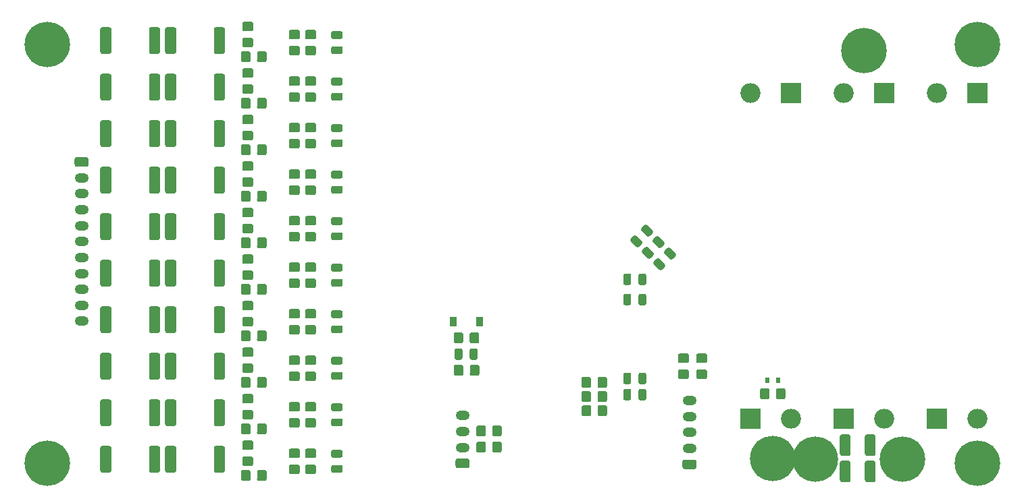
<source format=gbs>
G04 #@! TF.GenerationSoftware,KiCad,Pcbnew,(5.1.10)-1*
G04 #@! TF.CreationDate,2021-09-07T10:06:12+02:00*
G04 #@! TF.ProjectId,GatzBMS,4761747a-424d-4532-9e6b-696361645f70,rev?*
G04 #@! TF.SameCoordinates,Original*
G04 #@! TF.FileFunction,Soldermask,Bot*
G04 #@! TF.FilePolarity,Negative*
%FSLAX46Y46*%
G04 Gerber Fmt 4.6, Leading zero omitted, Abs format (unit mm)*
G04 Created by KiCad (PCBNEW (5.1.10)-1) date 2021-09-07 10:06:12*
%MOMM*%
%LPD*%
G01*
G04 APERTURE LIST*
%ADD10O,1.750000X1.200000*%
%ADD11C,5.700000*%
%ADD12C,3.600000*%
%ADD13R,2.500000X2.500000*%
%ADD14O,2.500000X2.500000*%
%ADD15R,0.600000X0.700000*%
%ADD16R,0.900000X1.200000*%
G04 APERTURE END LIST*
G36*
G01*
X367422000Y-167470001D02*
X367422000Y-165269999D01*
G75*
G02*
X367671999Y-165020000I249999J0D01*
G01*
X368497001Y-165020000D01*
G75*
G02*
X368747000Y-165269999I0J-249999D01*
G01*
X368747000Y-167470001D01*
G75*
G02*
X368497001Y-167720000I-249999J0D01*
G01*
X367671999Y-167720000D01*
G75*
G02*
X367422000Y-167470001I0J249999D01*
G01*
G37*
G36*
G01*
X364297000Y-167470001D02*
X364297000Y-165269999D01*
G75*
G02*
X364546999Y-165020000I249999J0D01*
G01*
X365372001Y-165020000D01*
G75*
G02*
X365622000Y-165269999I0J-249999D01*
G01*
X365622000Y-167470001D01*
G75*
G02*
X365372001Y-167720000I-249999J0D01*
G01*
X364546999Y-167720000D01*
G75*
G02*
X364297000Y-167470001I0J249999D01*
G01*
G37*
G36*
G01*
X367422000Y-164168001D02*
X367422000Y-161967999D01*
G75*
G02*
X367671999Y-161718000I249999J0D01*
G01*
X368497001Y-161718000D01*
G75*
G02*
X368747000Y-161967999I0J-249999D01*
G01*
X368747000Y-164168001D01*
G75*
G02*
X368497001Y-164418000I-249999J0D01*
G01*
X367671999Y-164418000D01*
G75*
G02*
X367422000Y-164168001I0J249999D01*
G01*
G37*
G36*
G01*
X364297000Y-164168001D02*
X364297000Y-161967999D01*
G75*
G02*
X364546999Y-161718000I249999J0D01*
G01*
X365372001Y-161718000D01*
G75*
G02*
X365622000Y-161967999I0J-249999D01*
G01*
X365622000Y-164168001D01*
G75*
G02*
X365372001Y-164418000I-249999J0D01*
G01*
X364546999Y-164418000D01*
G75*
G02*
X364297000Y-164168001I0J249999D01*
G01*
G37*
D10*
X345440000Y-157480000D03*
X345440000Y-159480000D03*
X345440000Y-161480000D03*
X345440000Y-163480000D03*
G36*
G01*
X346065001Y-166080000D02*
X344814999Y-166080000D01*
G75*
G02*
X344565000Y-165830001I0J249999D01*
G01*
X344565000Y-165129999D01*
G75*
G02*
X344814999Y-164880000I249999J0D01*
G01*
X346065001Y-164880000D01*
G75*
G02*
X346315000Y-165129999I0J-249999D01*
G01*
X346315000Y-165830001D01*
G75*
G02*
X346065001Y-166080000I-249999J0D01*
G01*
G37*
G36*
G01*
X333902000Y-157422001D02*
X333902000Y-156521999D01*
G75*
G02*
X334151999Y-156272000I249999J0D01*
G01*
X334852001Y-156272000D01*
G75*
G02*
X335102000Y-156521999I0J-249999D01*
G01*
X335102000Y-157422001D01*
G75*
G02*
X334852001Y-157672000I-249999J0D01*
G01*
X334151999Y-157672000D01*
G75*
G02*
X333902000Y-157422001I0J249999D01*
G01*
G37*
G36*
G01*
X331902000Y-157422001D02*
X331902000Y-156521999D01*
G75*
G02*
X332151999Y-156272000I249999J0D01*
G01*
X332852001Y-156272000D01*
G75*
G02*
X333102000Y-156521999I0J-249999D01*
G01*
X333102000Y-157422001D01*
G75*
G02*
X332852001Y-157672000I-249999J0D01*
G01*
X332151999Y-157672000D01*
G75*
G02*
X331902000Y-157422001I0J249999D01*
G01*
G37*
G36*
G01*
X333902000Y-155644001D02*
X333902000Y-154743999D01*
G75*
G02*
X334151999Y-154494000I249999J0D01*
G01*
X334852001Y-154494000D01*
G75*
G02*
X335102000Y-154743999I0J-249999D01*
G01*
X335102000Y-155644001D01*
G75*
G02*
X334852001Y-155894000I-249999J0D01*
G01*
X334151999Y-155894000D01*
G75*
G02*
X333902000Y-155644001I0J249999D01*
G01*
G37*
G36*
G01*
X331902000Y-155644001D02*
X331902000Y-154743999D01*
G75*
G02*
X332151999Y-154494000I249999J0D01*
G01*
X332852001Y-154494000D01*
G75*
G02*
X333102000Y-154743999I0J-249999D01*
G01*
X333102000Y-155644001D01*
G75*
G02*
X332852001Y-155894000I-249999J0D01*
G01*
X332151999Y-155894000D01*
G75*
G02*
X331902000Y-155644001I0J249999D01*
G01*
G37*
G36*
G01*
X333918000Y-159200001D02*
X333918000Y-158299999D01*
G75*
G02*
X334167999Y-158050000I249999J0D01*
G01*
X334868001Y-158050000D01*
G75*
G02*
X335118000Y-158299999I0J-249999D01*
G01*
X335118000Y-159200001D01*
G75*
G02*
X334868001Y-159450000I-249999J0D01*
G01*
X334167999Y-159450000D01*
G75*
G02*
X333918000Y-159200001I0J249999D01*
G01*
G37*
G36*
G01*
X331918000Y-159200001D02*
X331918000Y-158299999D01*
G75*
G02*
X332167999Y-158050000I249999J0D01*
G01*
X332868001Y-158050000D01*
G75*
G02*
X333118000Y-158299999I0J-249999D01*
G01*
X333118000Y-159200001D01*
G75*
G02*
X332868001Y-159450000I-249999J0D01*
G01*
X332167999Y-159450000D01*
G75*
G02*
X331918000Y-159200001I0J249999D01*
G01*
G37*
D11*
X381508000Y-165354000D03*
D12*
X381508000Y-165354000D03*
D11*
X381508000Y-112776000D03*
D12*
X381508000Y-112776000D03*
D11*
X264922000Y-165354000D03*
D12*
X264922000Y-165354000D03*
D11*
X264922000Y-112776000D03*
D12*
X264922000Y-112776000D03*
D11*
X355840000Y-164766000D03*
D12*
X355840000Y-164766000D03*
D11*
X361188000Y-164846000D03*
D12*
X361188000Y-164846000D03*
D13*
X358140000Y-118872000D03*
D14*
X353060000Y-118872000D03*
D13*
X381508000Y-118872000D03*
D14*
X376428000Y-118872000D03*
D13*
X369824000Y-118872000D03*
D14*
X364744000Y-118872000D03*
G36*
G01*
X356270000Y-157074001D02*
X356270000Y-156173999D01*
G75*
G02*
X356519999Y-155924000I249999J0D01*
G01*
X357220001Y-155924000D01*
G75*
G02*
X357470000Y-156173999I0J-249999D01*
G01*
X357470000Y-157074001D01*
G75*
G02*
X357220001Y-157324000I-249999J0D01*
G01*
X356519999Y-157324000D01*
G75*
G02*
X356270000Y-157074001I0J249999D01*
G01*
G37*
G36*
G01*
X354270000Y-157074001D02*
X354270000Y-156173999D01*
G75*
G02*
X354519999Y-155924000I249999J0D01*
G01*
X355220001Y-155924000D01*
G75*
G02*
X355470000Y-156173999I0J-249999D01*
G01*
X355470000Y-157074001D01*
G75*
G02*
X355220001Y-157324000I-249999J0D01*
G01*
X354519999Y-157324000D01*
G75*
G02*
X354270000Y-157074001I0J249999D01*
G01*
G37*
D15*
X355154000Y-154940000D03*
X356554000Y-154940000D03*
D16*
X319150000Y-147574000D03*
X315850000Y-147574000D03*
D13*
X353060000Y-159766000D03*
D14*
X358140000Y-159766000D03*
G36*
G01*
X298392001Y-166700000D02*
X297491999Y-166700000D01*
G75*
G02*
X297242000Y-166450001I0J249999D01*
G01*
X297242000Y-165749999D01*
G75*
G02*
X297491999Y-165500000I249999J0D01*
G01*
X298392001Y-165500000D01*
G75*
G02*
X298642000Y-165749999I0J-249999D01*
G01*
X298642000Y-166450001D01*
G75*
G02*
X298392001Y-166700000I-249999J0D01*
G01*
G37*
G36*
G01*
X298392001Y-164700000D02*
X297491999Y-164700000D01*
G75*
G02*
X297242000Y-164450001I0J249999D01*
G01*
X297242000Y-163749999D01*
G75*
G02*
X297491999Y-163500000I249999J0D01*
G01*
X298392001Y-163500000D01*
G75*
G02*
X298642000Y-163749999I0J-249999D01*
G01*
X298642000Y-164450001D01*
G75*
G02*
X298392001Y-164700000I-249999J0D01*
G01*
G37*
G36*
G01*
X295459999Y-163500000D02*
X296360001Y-163500000D01*
G75*
G02*
X296610000Y-163749999I0J-249999D01*
G01*
X296610000Y-164450001D01*
G75*
G02*
X296360001Y-164700000I-249999J0D01*
G01*
X295459999Y-164700000D01*
G75*
G02*
X295210000Y-164450001I0J249999D01*
G01*
X295210000Y-163749999D01*
G75*
G02*
X295459999Y-163500000I249999J0D01*
G01*
G37*
G36*
G01*
X295459999Y-165500000D02*
X296360001Y-165500000D01*
G75*
G02*
X296610000Y-165749999I0J-249999D01*
G01*
X296610000Y-166450001D01*
G75*
G02*
X296360001Y-166700000I-249999J0D01*
G01*
X295459999Y-166700000D01*
G75*
G02*
X295210000Y-166450001I0J249999D01*
G01*
X295210000Y-165749999D01*
G75*
G02*
X295459999Y-165500000I249999J0D01*
G01*
G37*
G36*
G01*
X279714000Y-166271001D02*
X279714000Y-163420999D01*
G75*
G02*
X279963999Y-163171000I249999J0D01*
G01*
X280864001Y-163171000D01*
G75*
G02*
X281114000Y-163420999I0J-249999D01*
G01*
X281114000Y-166271001D01*
G75*
G02*
X280864001Y-166521000I-249999J0D01*
G01*
X279963999Y-166521000D01*
G75*
G02*
X279714000Y-166271001I0J249999D01*
G01*
G37*
G36*
G01*
X285814000Y-166271001D02*
X285814000Y-163420999D01*
G75*
G02*
X286063999Y-163171000I249999J0D01*
G01*
X286964001Y-163171000D01*
G75*
G02*
X287214000Y-163420999I0J-249999D01*
G01*
X287214000Y-166271001D01*
G75*
G02*
X286964001Y-166521000I-249999J0D01*
G01*
X286063999Y-166521000D01*
G75*
G02*
X285814000Y-166271001I0J249999D01*
G01*
G37*
G36*
G01*
X271586000Y-166271001D02*
X271586000Y-163420999D01*
G75*
G02*
X271835999Y-163171000I249999J0D01*
G01*
X272736001Y-163171000D01*
G75*
G02*
X272986000Y-163420999I0J-249999D01*
G01*
X272986000Y-166271001D01*
G75*
G02*
X272736001Y-166521000I-249999J0D01*
G01*
X271835999Y-166521000D01*
G75*
G02*
X271586000Y-166271001I0J249999D01*
G01*
G37*
G36*
G01*
X277686000Y-166271001D02*
X277686000Y-163420999D01*
G75*
G02*
X277935999Y-163171000I249999J0D01*
G01*
X278836001Y-163171000D01*
G75*
G02*
X279086000Y-163420999I0J-249999D01*
G01*
X279086000Y-166271001D01*
G75*
G02*
X278836001Y-166521000I-249999J0D01*
G01*
X277935999Y-166521000D01*
G75*
G02*
X277686000Y-166271001I0J249999D01*
G01*
G37*
G36*
G01*
X289617999Y-162484000D02*
X290518001Y-162484000D01*
G75*
G02*
X290768000Y-162733999I0J-249999D01*
G01*
X290768000Y-163434001D01*
G75*
G02*
X290518001Y-163684000I-249999J0D01*
G01*
X289617999Y-163684000D01*
G75*
G02*
X289368000Y-163434001I0J249999D01*
G01*
X289368000Y-162733999D01*
G75*
G02*
X289617999Y-162484000I249999J0D01*
G01*
G37*
G36*
G01*
X289617999Y-164484000D02*
X290518001Y-164484000D01*
G75*
G02*
X290768000Y-164733999I0J-249999D01*
G01*
X290768000Y-165434001D01*
G75*
G02*
X290518001Y-165684000I-249999J0D01*
G01*
X289617999Y-165684000D01*
G75*
G02*
X289368000Y-165434001I0J249999D01*
G01*
X289368000Y-164733999D01*
G75*
G02*
X289617999Y-164484000I249999J0D01*
G01*
G37*
G36*
G01*
X292430000Y-166427999D02*
X292430000Y-167328001D01*
G75*
G02*
X292180001Y-167578000I-249999J0D01*
G01*
X291479999Y-167578000D01*
G75*
G02*
X291230000Y-167328001I0J249999D01*
G01*
X291230000Y-166427999D01*
G75*
G02*
X291479999Y-166178000I249999J0D01*
G01*
X292180001Y-166178000D01*
G75*
G02*
X292430000Y-166427999I0J-249999D01*
G01*
G37*
G36*
G01*
X290430000Y-166427999D02*
X290430000Y-167328001D01*
G75*
G02*
X290180001Y-167578000I-249999J0D01*
G01*
X289479999Y-167578000D01*
G75*
G02*
X289230000Y-167328001I0J249999D01*
G01*
X289230000Y-166427999D01*
G75*
G02*
X289479999Y-166178000I249999J0D01*
G01*
X290180001Y-166178000D01*
G75*
G02*
X290430000Y-166427999I0J-249999D01*
G01*
G37*
G36*
G01*
X298392001Y-158858000D02*
X297491999Y-158858000D01*
G75*
G02*
X297242000Y-158608001I0J249999D01*
G01*
X297242000Y-157907999D01*
G75*
G02*
X297491999Y-157658000I249999J0D01*
G01*
X298392001Y-157658000D01*
G75*
G02*
X298642000Y-157907999I0J-249999D01*
G01*
X298642000Y-158608001D01*
G75*
G02*
X298392001Y-158858000I-249999J0D01*
G01*
G37*
G36*
G01*
X298392001Y-160858000D02*
X297491999Y-160858000D01*
G75*
G02*
X297242000Y-160608001I0J249999D01*
G01*
X297242000Y-159907999D01*
G75*
G02*
X297491999Y-159658000I249999J0D01*
G01*
X298392001Y-159658000D01*
G75*
G02*
X298642000Y-159907999I0J-249999D01*
G01*
X298642000Y-160608001D01*
G75*
G02*
X298392001Y-160858000I-249999J0D01*
G01*
G37*
G36*
G01*
X295459999Y-159658000D02*
X296360001Y-159658000D01*
G75*
G02*
X296610000Y-159907999I0J-249999D01*
G01*
X296610000Y-160608001D01*
G75*
G02*
X296360001Y-160858000I-249999J0D01*
G01*
X295459999Y-160858000D01*
G75*
G02*
X295210000Y-160608001I0J249999D01*
G01*
X295210000Y-159907999D01*
G75*
G02*
X295459999Y-159658000I249999J0D01*
G01*
G37*
G36*
G01*
X295459999Y-157658000D02*
X296360001Y-157658000D01*
G75*
G02*
X296610000Y-157907999I0J-249999D01*
G01*
X296610000Y-158608001D01*
G75*
G02*
X296360001Y-158858000I-249999J0D01*
G01*
X295459999Y-158858000D01*
G75*
G02*
X295210000Y-158608001I0J249999D01*
G01*
X295210000Y-157907999D01*
G75*
G02*
X295459999Y-157658000I249999J0D01*
G01*
G37*
G36*
G01*
X285814000Y-160429001D02*
X285814000Y-157578999D01*
G75*
G02*
X286063999Y-157329000I249999J0D01*
G01*
X286964001Y-157329000D01*
G75*
G02*
X287214000Y-157578999I0J-249999D01*
G01*
X287214000Y-160429001D01*
G75*
G02*
X286964001Y-160679000I-249999J0D01*
G01*
X286063999Y-160679000D01*
G75*
G02*
X285814000Y-160429001I0J249999D01*
G01*
G37*
G36*
G01*
X279714000Y-160429001D02*
X279714000Y-157578999D01*
G75*
G02*
X279963999Y-157329000I249999J0D01*
G01*
X280864001Y-157329000D01*
G75*
G02*
X281114000Y-157578999I0J-249999D01*
G01*
X281114000Y-160429001D01*
G75*
G02*
X280864001Y-160679000I-249999J0D01*
G01*
X279963999Y-160679000D01*
G75*
G02*
X279714000Y-160429001I0J249999D01*
G01*
G37*
G36*
G01*
X277686000Y-160429001D02*
X277686000Y-157578999D01*
G75*
G02*
X277935999Y-157329000I249999J0D01*
G01*
X278836001Y-157329000D01*
G75*
G02*
X279086000Y-157578999I0J-249999D01*
G01*
X279086000Y-160429001D01*
G75*
G02*
X278836001Y-160679000I-249999J0D01*
G01*
X277935999Y-160679000D01*
G75*
G02*
X277686000Y-160429001I0J249999D01*
G01*
G37*
G36*
G01*
X271586000Y-160429001D02*
X271586000Y-157578999D01*
G75*
G02*
X271835999Y-157329000I249999J0D01*
G01*
X272736001Y-157329000D01*
G75*
G02*
X272986000Y-157578999I0J-249999D01*
G01*
X272986000Y-160429001D01*
G75*
G02*
X272736001Y-160679000I-249999J0D01*
G01*
X271835999Y-160679000D01*
G75*
G02*
X271586000Y-160429001I0J249999D01*
G01*
G37*
G36*
G01*
X289617999Y-158642000D02*
X290518001Y-158642000D01*
G75*
G02*
X290768000Y-158891999I0J-249999D01*
G01*
X290768000Y-159592001D01*
G75*
G02*
X290518001Y-159842000I-249999J0D01*
G01*
X289617999Y-159842000D01*
G75*
G02*
X289368000Y-159592001I0J249999D01*
G01*
X289368000Y-158891999D01*
G75*
G02*
X289617999Y-158642000I249999J0D01*
G01*
G37*
G36*
G01*
X289617999Y-156642000D02*
X290518001Y-156642000D01*
G75*
G02*
X290768000Y-156891999I0J-249999D01*
G01*
X290768000Y-157592001D01*
G75*
G02*
X290518001Y-157842000I-249999J0D01*
G01*
X289617999Y-157842000D01*
G75*
G02*
X289368000Y-157592001I0J249999D01*
G01*
X289368000Y-156891999D01*
G75*
G02*
X289617999Y-156642000I249999J0D01*
G01*
G37*
G36*
G01*
X290430000Y-160585999D02*
X290430000Y-161486001D01*
G75*
G02*
X290180001Y-161736000I-249999J0D01*
G01*
X289479999Y-161736000D01*
G75*
G02*
X289230000Y-161486001I0J249999D01*
G01*
X289230000Y-160585999D01*
G75*
G02*
X289479999Y-160336000I249999J0D01*
G01*
X290180001Y-160336000D01*
G75*
G02*
X290430000Y-160585999I0J-249999D01*
G01*
G37*
G36*
G01*
X292430000Y-160585999D02*
X292430000Y-161486001D01*
G75*
G02*
X292180001Y-161736000I-249999J0D01*
G01*
X291479999Y-161736000D01*
G75*
G02*
X291230000Y-161486001I0J249999D01*
G01*
X291230000Y-160585999D01*
G75*
G02*
X291479999Y-160336000I249999J0D01*
G01*
X292180001Y-160336000D01*
G75*
G02*
X292430000Y-160585999I0J-249999D01*
G01*
G37*
G36*
G01*
X298392001Y-153016000D02*
X297491999Y-153016000D01*
G75*
G02*
X297242000Y-152766001I0J249999D01*
G01*
X297242000Y-152065999D01*
G75*
G02*
X297491999Y-151816000I249999J0D01*
G01*
X298392001Y-151816000D01*
G75*
G02*
X298642000Y-152065999I0J-249999D01*
G01*
X298642000Y-152766001D01*
G75*
G02*
X298392001Y-153016000I-249999J0D01*
G01*
G37*
G36*
G01*
X298392001Y-155016000D02*
X297491999Y-155016000D01*
G75*
G02*
X297242000Y-154766001I0J249999D01*
G01*
X297242000Y-154065999D01*
G75*
G02*
X297491999Y-153816000I249999J0D01*
G01*
X298392001Y-153816000D01*
G75*
G02*
X298642000Y-154065999I0J-249999D01*
G01*
X298642000Y-154766001D01*
G75*
G02*
X298392001Y-155016000I-249999J0D01*
G01*
G37*
G36*
G01*
X295459999Y-153816000D02*
X296360001Y-153816000D01*
G75*
G02*
X296610000Y-154065999I0J-249999D01*
G01*
X296610000Y-154766001D01*
G75*
G02*
X296360001Y-155016000I-249999J0D01*
G01*
X295459999Y-155016000D01*
G75*
G02*
X295210000Y-154766001I0J249999D01*
G01*
X295210000Y-154065999D01*
G75*
G02*
X295459999Y-153816000I249999J0D01*
G01*
G37*
G36*
G01*
X295459999Y-151816000D02*
X296360001Y-151816000D01*
G75*
G02*
X296610000Y-152065999I0J-249999D01*
G01*
X296610000Y-152766001D01*
G75*
G02*
X296360001Y-153016000I-249999J0D01*
G01*
X295459999Y-153016000D01*
G75*
G02*
X295210000Y-152766001I0J249999D01*
G01*
X295210000Y-152065999D01*
G75*
G02*
X295459999Y-151816000I249999J0D01*
G01*
G37*
G36*
G01*
X285814000Y-154587001D02*
X285814000Y-151736999D01*
G75*
G02*
X286063999Y-151487000I249999J0D01*
G01*
X286964001Y-151487000D01*
G75*
G02*
X287214000Y-151736999I0J-249999D01*
G01*
X287214000Y-154587001D01*
G75*
G02*
X286964001Y-154837000I-249999J0D01*
G01*
X286063999Y-154837000D01*
G75*
G02*
X285814000Y-154587001I0J249999D01*
G01*
G37*
G36*
G01*
X279714000Y-154587001D02*
X279714000Y-151736999D01*
G75*
G02*
X279963999Y-151487000I249999J0D01*
G01*
X280864001Y-151487000D01*
G75*
G02*
X281114000Y-151736999I0J-249999D01*
G01*
X281114000Y-154587001D01*
G75*
G02*
X280864001Y-154837000I-249999J0D01*
G01*
X279963999Y-154837000D01*
G75*
G02*
X279714000Y-154587001I0J249999D01*
G01*
G37*
G36*
G01*
X277686000Y-154587001D02*
X277686000Y-151736999D01*
G75*
G02*
X277935999Y-151487000I249999J0D01*
G01*
X278836001Y-151487000D01*
G75*
G02*
X279086000Y-151736999I0J-249999D01*
G01*
X279086000Y-154587001D01*
G75*
G02*
X278836001Y-154837000I-249999J0D01*
G01*
X277935999Y-154837000D01*
G75*
G02*
X277686000Y-154587001I0J249999D01*
G01*
G37*
G36*
G01*
X271586000Y-154587001D02*
X271586000Y-151736999D01*
G75*
G02*
X271835999Y-151487000I249999J0D01*
G01*
X272736001Y-151487000D01*
G75*
G02*
X272986000Y-151736999I0J-249999D01*
G01*
X272986000Y-154587001D01*
G75*
G02*
X272736001Y-154837000I-249999J0D01*
G01*
X271835999Y-154837000D01*
G75*
G02*
X271586000Y-154587001I0J249999D01*
G01*
G37*
G36*
G01*
X289617999Y-152800000D02*
X290518001Y-152800000D01*
G75*
G02*
X290768000Y-153049999I0J-249999D01*
G01*
X290768000Y-153750001D01*
G75*
G02*
X290518001Y-154000000I-249999J0D01*
G01*
X289617999Y-154000000D01*
G75*
G02*
X289368000Y-153750001I0J249999D01*
G01*
X289368000Y-153049999D01*
G75*
G02*
X289617999Y-152800000I249999J0D01*
G01*
G37*
G36*
G01*
X289617999Y-150800000D02*
X290518001Y-150800000D01*
G75*
G02*
X290768000Y-151049999I0J-249999D01*
G01*
X290768000Y-151750001D01*
G75*
G02*
X290518001Y-152000000I-249999J0D01*
G01*
X289617999Y-152000000D01*
G75*
G02*
X289368000Y-151750001I0J249999D01*
G01*
X289368000Y-151049999D01*
G75*
G02*
X289617999Y-150800000I249999J0D01*
G01*
G37*
G36*
G01*
X290430000Y-154743999D02*
X290430000Y-155644001D01*
G75*
G02*
X290180001Y-155894000I-249999J0D01*
G01*
X289479999Y-155894000D01*
G75*
G02*
X289230000Y-155644001I0J249999D01*
G01*
X289230000Y-154743999D01*
G75*
G02*
X289479999Y-154494000I249999J0D01*
G01*
X290180001Y-154494000D01*
G75*
G02*
X290430000Y-154743999I0J-249999D01*
G01*
G37*
G36*
G01*
X292430000Y-154743999D02*
X292430000Y-155644001D01*
G75*
G02*
X292180001Y-155894000I-249999J0D01*
G01*
X291479999Y-155894000D01*
G75*
G02*
X291230000Y-155644001I0J249999D01*
G01*
X291230000Y-154743999D01*
G75*
G02*
X291479999Y-154494000I249999J0D01*
G01*
X292180001Y-154494000D01*
G75*
G02*
X292430000Y-154743999I0J-249999D01*
G01*
G37*
G36*
G01*
X298392001Y-147174000D02*
X297491999Y-147174000D01*
G75*
G02*
X297242000Y-146924001I0J249999D01*
G01*
X297242000Y-146223999D01*
G75*
G02*
X297491999Y-145974000I249999J0D01*
G01*
X298392001Y-145974000D01*
G75*
G02*
X298642000Y-146223999I0J-249999D01*
G01*
X298642000Y-146924001D01*
G75*
G02*
X298392001Y-147174000I-249999J0D01*
G01*
G37*
G36*
G01*
X298392001Y-149174000D02*
X297491999Y-149174000D01*
G75*
G02*
X297242000Y-148924001I0J249999D01*
G01*
X297242000Y-148223999D01*
G75*
G02*
X297491999Y-147974000I249999J0D01*
G01*
X298392001Y-147974000D01*
G75*
G02*
X298642000Y-148223999I0J-249999D01*
G01*
X298642000Y-148924001D01*
G75*
G02*
X298392001Y-149174000I-249999J0D01*
G01*
G37*
G36*
G01*
X295459999Y-147974000D02*
X296360001Y-147974000D01*
G75*
G02*
X296610000Y-148223999I0J-249999D01*
G01*
X296610000Y-148924001D01*
G75*
G02*
X296360001Y-149174000I-249999J0D01*
G01*
X295459999Y-149174000D01*
G75*
G02*
X295210000Y-148924001I0J249999D01*
G01*
X295210000Y-148223999D01*
G75*
G02*
X295459999Y-147974000I249999J0D01*
G01*
G37*
G36*
G01*
X295459999Y-145974000D02*
X296360001Y-145974000D01*
G75*
G02*
X296610000Y-146223999I0J-249999D01*
G01*
X296610000Y-146924001D01*
G75*
G02*
X296360001Y-147174000I-249999J0D01*
G01*
X295459999Y-147174000D01*
G75*
G02*
X295210000Y-146924001I0J249999D01*
G01*
X295210000Y-146223999D01*
G75*
G02*
X295459999Y-145974000I249999J0D01*
G01*
G37*
G36*
G01*
X285814000Y-148745001D02*
X285814000Y-145894999D01*
G75*
G02*
X286063999Y-145645000I249999J0D01*
G01*
X286964001Y-145645000D01*
G75*
G02*
X287214000Y-145894999I0J-249999D01*
G01*
X287214000Y-148745001D01*
G75*
G02*
X286964001Y-148995000I-249999J0D01*
G01*
X286063999Y-148995000D01*
G75*
G02*
X285814000Y-148745001I0J249999D01*
G01*
G37*
G36*
G01*
X279714000Y-148745001D02*
X279714000Y-145894999D01*
G75*
G02*
X279963999Y-145645000I249999J0D01*
G01*
X280864001Y-145645000D01*
G75*
G02*
X281114000Y-145894999I0J-249999D01*
G01*
X281114000Y-148745001D01*
G75*
G02*
X280864001Y-148995000I-249999J0D01*
G01*
X279963999Y-148995000D01*
G75*
G02*
X279714000Y-148745001I0J249999D01*
G01*
G37*
G36*
G01*
X277686000Y-148745001D02*
X277686000Y-145894999D01*
G75*
G02*
X277935999Y-145645000I249999J0D01*
G01*
X278836001Y-145645000D01*
G75*
G02*
X279086000Y-145894999I0J-249999D01*
G01*
X279086000Y-148745001D01*
G75*
G02*
X278836001Y-148995000I-249999J0D01*
G01*
X277935999Y-148995000D01*
G75*
G02*
X277686000Y-148745001I0J249999D01*
G01*
G37*
G36*
G01*
X271586000Y-148745001D02*
X271586000Y-145894999D01*
G75*
G02*
X271835999Y-145645000I249999J0D01*
G01*
X272736001Y-145645000D01*
G75*
G02*
X272986000Y-145894999I0J-249999D01*
G01*
X272986000Y-148745001D01*
G75*
G02*
X272736001Y-148995000I-249999J0D01*
G01*
X271835999Y-148995000D01*
G75*
G02*
X271586000Y-148745001I0J249999D01*
G01*
G37*
G36*
G01*
X289617999Y-146958000D02*
X290518001Y-146958000D01*
G75*
G02*
X290768000Y-147207999I0J-249999D01*
G01*
X290768000Y-147908001D01*
G75*
G02*
X290518001Y-148158000I-249999J0D01*
G01*
X289617999Y-148158000D01*
G75*
G02*
X289368000Y-147908001I0J249999D01*
G01*
X289368000Y-147207999D01*
G75*
G02*
X289617999Y-146958000I249999J0D01*
G01*
G37*
G36*
G01*
X289617999Y-144958000D02*
X290518001Y-144958000D01*
G75*
G02*
X290768000Y-145207999I0J-249999D01*
G01*
X290768000Y-145908001D01*
G75*
G02*
X290518001Y-146158000I-249999J0D01*
G01*
X289617999Y-146158000D01*
G75*
G02*
X289368000Y-145908001I0J249999D01*
G01*
X289368000Y-145207999D01*
G75*
G02*
X289617999Y-144958000I249999J0D01*
G01*
G37*
G36*
G01*
X290430000Y-148901999D02*
X290430000Y-149802001D01*
G75*
G02*
X290180001Y-150052000I-249999J0D01*
G01*
X289479999Y-150052000D01*
G75*
G02*
X289230000Y-149802001I0J249999D01*
G01*
X289230000Y-148901999D01*
G75*
G02*
X289479999Y-148652000I249999J0D01*
G01*
X290180001Y-148652000D01*
G75*
G02*
X290430000Y-148901999I0J-249999D01*
G01*
G37*
G36*
G01*
X292430000Y-148901999D02*
X292430000Y-149802001D01*
G75*
G02*
X292180001Y-150052000I-249999J0D01*
G01*
X291479999Y-150052000D01*
G75*
G02*
X291230000Y-149802001I0J249999D01*
G01*
X291230000Y-148901999D01*
G75*
G02*
X291479999Y-148652000I249999J0D01*
G01*
X292180001Y-148652000D01*
G75*
G02*
X292430000Y-148901999I0J-249999D01*
G01*
G37*
G36*
G01*
X298392001Y-141332000D02*
X297491999Y-141332000D01*
G75*
G02*
X297242000Y-141082001I0J249999D01*
G01*
X297242000Y-140381999D01*
G75*
G02*
X297491999Y-140132000I249999J0D01*
G01*
X298392001Y-140132000D01*
G75*
G02*
X298642000Y-140381999I0J-249999D01*
G01*
X298642000Y-141082001D01*
G75*
G02*
X298392001Y-141332000I-249999J0D01*
G01*
G37*
G36*
G01*
X298392001Y-143332000D02*
X297491999Y-143332000D01*
G75*
G02*
X297242000Y-143082001I0J249999D01*
G01*
X297242000Y-142381999D01*
G75*
G02*
X297491999Y-142132000I249999J0D01*
G01*
X298392001Y-142132000D01*
G75*
G02*
X298642000Y-142381999I0J-249999D01*
G01*
X298642000Y-143082001D01*
G75*
G02*
X298392001Y-143332000I-249999J0D01*
G01*
G37*
G36*
G01*
X295459999Y-142132000D02*
X296360001Y-142132000D01*
G75*
G02*
X296610000Y-142381999I0J-249999D01*
G01*
X296610000Y-143082001D01*
G75*
G02*
X296360001Y-143332000I-249999J0D01*
G01*
X295459999Y-143332000D01*
G75*
G02*
X295210000Y-143082001I0J249999D01*
G01*
X295210000Y-142381999D01*
G75*
G02*
X295459999Y-142132000I249999J0D01*
G01*
G37*
G36*
G01*
X295459999Y-140132000D02*
X296360001Y-140132000D01*
G75*
G02*
X296610000Y-140381999I0J-249999D01*
G01*
X296610000Y-141082001D01*
G75*
G02*
X296360001Y-141332000I-249999J0D01*
G01*
X295459999Y-141332000D01*
G75*
G02*
X295210000Y-141082001I0J249999D01*
G01*
X295210000Y-140381999D01*
G75*
G02*
X295459999Y-140132000I249999J0D01*
G01*
G37*
G36*
G01*
X285814000Y-142903001D02*
X285814000Y-140052999D01*
G75*
G02*
X286063999Y-139803000I249999J0D01*
G01*
X286964001Y-139803000D01*
G75*
G02*
X287214000Y-140052999I0J-249999D01*
G01*
X287214000Y-142903001D01*
G75*
G02*
X286964001Y-143153000I-249999J0D01*
G01*
X286063999Y-143153000D01*
G75*
G02*
X285814000Y-142903001I0J249999D01*
G01*
G37*
G36*
G01*
X279714000Y-142903001D02*
X279714000Y-140052999D01*
G75*
G02*
X279963999Y-139803000I249999J0D01*
G01*
X280864001Y-139803000D01*
G75*
G02*
X281114000Y-140052999I0J-249999D01*
G01*
X281114000Y-142903001D01*
G75*
G02*
X280864001Y-143153000I-249999J0D01*
G01*
X279963999Y-143153000D01*
G75*
G02*
X279714000Y-142903001I0J249999D01*
G01*
G37*
G36*
G01*
X277686000Y-142903001D02*
X277686000Y-140052999D01*
G75*
G02*
X277935999Y-139803000I249999J0D01*
G01*
X278836001Y-139803000D01*
G75*
G02*
X279086000Y-140052999I0J-249999D01*
G01*
X279086000Y-142903001D01*
G75*
G02*
X278836001Y-143153000I-249999J0D01*
G01*
X277935999Y-143153000D01*
G75*
G02*
X277686000Y-142903001I0J249999D01*
G01*
G37*
G36*
G01*
X271586000Y-142903001D02*
X271586000Y-140052999D01*
G75*
G02*
X271835999Y-139803000I249999J0D01*
G01*
X272736001Y-139803000D01*
G75*
G02*
X272986000Y-140052999I0J-249999D01*
G01*
X272986000Y-142903001D01*
G75*
G02*
X272736001Y-143153000I-249999J0D01*
G01*
X271835999Y-143153000D01*
G75*
G02*
X271586000Y-142903001I0J249999D01*
G01*
G37*
G36*
G01*
X289617999Y-141116000D02*
X290518001Y-141116000D01*
G75*
G02*
X290768000Y-141365999I0J-249999D01*
G01*
X290768000Y-142066001D01*
G75*
G02*
X290518001Y-142316000I-249999J0D01*
G01*
X289617999Y-142316000D01*
G75*
G02*
X289368000Y-142066001I0J249999D01*
G01*
X289368000Y-141365999D01*
G75*
G02*
X289617999Y-141116000I249999J0D01*
G01*
G37*
G36*
G01*
X289617999Y-139116000D02*
X290518001Y-139116000D01*
G75*
G02*
X290768000Y-139365999I0J-249999D01*
G01*
X290768000Y-140066001D01*
G75*
G02*
X290518001Y-140316000I-249999J0D01*
G01*
X289617999Y-140316000D01*
G75*
G02*
X289368000Y-140066001I0J249999D01*
G01*
X289368000Y-139365999D01*
G75*
G02*
X289617999Y-139116000I249999J0D01*
G01*
G37*
G36*
G01*
X290430000Y-143059999D02*
X290430000Y-143960001D01*
G75*
G02*
X290180001Y-144210000I-249999J0D01*
G01*
X289479999Y-144210000D01*
G75*
G02*
X289230000Y-143960001I0J249999D01*
G01*
X289230000Y-143059999D01*
G75*
G02*
X289479999Y-142810000I249999J0D01*
G01*
X290180001Y-142810000D01*
G75*
G02*
X290430000Y-143059999I0J-249999D01*
G01*
G37*
G36*
G01*
X292430000Y-143059999D02*
X292430000Y-143960001D01*
G75*
G02*
X292180001Y-144210000I-249999J0D01*
G01*
X291479999Y-144210000D01*
G75*
G02*
X291230000Y-143960001I0J249999D01*
G01*
X291230000Y-143059999D01*
G75*
G02*
X291479999Y-142810000I249999J0D01*
G01*
X292180001Y-142810000D01*
G75*
G02*
X292430000Y-143059999I0J-249999D01*
G01*
G37*
G36*
G01*
X298392001Y-135490000D02*
X297491999Y-135490000D01*
G75*
G02*
X297242000Y-135240001I0J249999D01*
G01*
X297242000Y-134539999D01*
G75*
G02*
X297491999Y-134290000I249999J0D01*
G01*
X298392001Y-134290000D01*
G75*
G02*
X298642000Y-134539999I0J-249999D01*
G01*
X298642000Y-135240001D01*
G75*
G02*
X298392001Y-135490000I-249999J0D01*
G01*
G37*
G36*
G01*
X298392001Y-137490000D02*
X297491999Y-137490000D01*
G75*
G02*
X297242000Y-137240001I0J249999D01*
G01*
X297242000Y-136539999D01*
G75*
G02*
X297491999Y-136290000I249999J0D01*
G01*
X298392001Y-136290000D01*
G75*
G02*
X298642000Y-136539999I0J-249999D01*
G01*
X298642000Y-137240001D01*
G75*
G02*
X298392001Y-137490000I-249999J0D01*
G01*
G37*
G36*
G01*
X295459999Y-136290000D02*
X296360001Y-136290000D01*
G75*
G02*
X296610000Y-136539999I0J-249999D01*
G01*
X296610000Y-137240001D01*
G75*
G02*
X296360001Y-137490000I-249999J0D01*
G01*
X295459999Y-137490000D01*
G75*
G02*
X295210000Y-137240001I0J249999D01*
G01*
X295210000Y-136539999D01*
G75*
G02*
X295459999Y-136290000I249999J0D01*
G01*
G37*
G36*
G01*
X295459999Y-134290000D02*
X296360001Y-134290000D01*
G75*
G02*
X296610000Y-134539999I0J-249999D01*
G01*
X296610000Y-135240001D01*
G75*
G02*
X296360001Y-135490000I-249999J0D01*
G01*
X295459999Y-135490000D01*
G75*
G02*
X295210000Y-135240001I0J249999D01*
G01*
X295210000Y-134539999D01*
G75*
G02*
X295459999Y-134290000I249999J0D01*
G01*
G37*
G36*
G01*
X285814000Y-137061001D02*
X285814000Y-134210999D01*
G75*
G02*
X286063999Y-133961000I249999J0D01*
G01*
X286964001Y-133961000D01*
G75*
G02*
X287214000Y-134210999I0J-249999D01*
G01*
X287214000Y-137061001D01*
G75*
G02*
X286964001Y-137311000I-249999J0D01*
G01*
X286063999Y-137311000D01*
G75*
G02*
X285814000Y-137061001I0J249999D01*
G01*
G37*
G36*
G01*
X279714000Y-137061001D02*
X279714000Y-134210999D01*
G75*
G02*
X279963999Y-133961000I249999J0D01*
G01*
X280864001Y-133961000D01*
G75*
G02*
X281114000Y-134210999I0J-249999D01*
G01*
X281114000Y-137061001D01*
G75*
G02*
X280864001Y-137311000I-249999J0D01*
G01*
X279963999Y-137311000D01*
G75*
G02*
X279714000Y-137061001I0J249999D01*
G01*
G37*
G36*
G01*
X277686000Y-137061001D02*
X277686000Y-134210999D01*
G75*
G02*
X277935999Y-133961000I249999J0D01*
G01*
X278836001Y-133961000D01*
G75*
G02*
X279086000Y-134210999I0J-249999D01*
G01*
X279086000Y-137061001D01*
G75*
G02*
X278836001Y-137311000I-249999J0D01*
G01*
X277935999Y-137311000D01*
G75*
G02*
X277686000Y-137061001I0J249999D01*
G01*
G37*
G36*
G01*
X271586000Y-137061001D02*
X271586000Y-134210999D01*
G75*
G02*
X271835999Y-133961000I249999J0D01*
G01*
X272736001Y-133961000D01*
G75*
G02*
X272986000Y-134210999I0J-249999D01*
G01*
X272986000Y-137061001D01*
G75*
G02*
X272736001Y-137311000I-249999J0D01*
G01*
X271835999Y-137311000D01*
G75*
G02*
X271586000Y-137061001I0J249999D01*
G01*
G37*
G36*
G01*
X289617999Y-135274000D02*
X290518001Y-135274000D01*
G75*
G02*
X290768000Y-135523999I0J-249999D01*
G01*
X290768000Y-136224001D01*
G75*
G02*
X290518001Y-136474000I-249999J0D01*
G01*
X289617999Y-136474000D01*
G75*
G02*
X289368000Y-136224001I0J249999D01*
G01*
X289368000Y-135523999D01*
G75*
G02*
X289617999Y-135274000I249999J0D01*
G01*
G37*
G36*
G01*
X289617999Y-133274000D02*
X290518001Y-133274000D01*
G75*
G02*
X290768000Y-133523999I0J-249999D01*
G01*
X290768000Y-134224001D01*
G75*
G02*
X290518001Y-134474000I-249999J0D01*
G01*
X289617999Y-134474000D01*
G75*
G02*
X289368000Y-134224001I0J249999D01*
G01*
X289368000Y-133523999D01*
G75*
G02*
X289617999Y-133274000I249999J0D01*
G01*
G37*
G36*
G01*
X290430000Y-137217999D02*
X290430000Y-138118001D01*
G75*
G02*
X290180001Y-138368000I-249999J0D01*
G01*
X289479999Y-138368000D01*
G75*
G02*
X289230000Y-138118001I0J249999D01*
G01*
X289230000Y-137217999D01*
G75*
G02*
X289479999Y-136968000I249999J0D01*
G01*
X290180001Y-136968000D01*
G75*
G02*
X290430000Y-137217999I0J-249999D01*
G01*
G37*
G36*
G01*
X292430000Y-137217999D02*
X292430000Y-138118001D01*
G75*
G02*
X292180001Y-138368000I-249999J0D01*
G01*
X291479999Y-138368000D01*
G75*
G02*
X291230000Y-138118001I0J249999D01*
G01*
X291230000Y-137217999D01*
G75*
G02*
X291479999Y-136968000I249999J0D01*
G01*
X292180001Y-136968000D01*
G75*
G02*
X292430000Y-137217999I0J-249999D01*
G01*
G37*
G36*
G01*
X298392001Y-129648000D02*
X297491999Y-129648000D01*
G75*
G02*
X297242000Y-129398001I0J249999D01*
G01*
X297242000Y-128697999D01*
G75*
G02*
X297491999Y-128448000I249999J0D01*
G01*
X298392001Y-128448000D01*
G75*
G02*
X298642000Y-128697999I0J-249999D01*
G01*
X298642000Y-129398001D01*
G75*
G02*
X298392001Y-129648000I-249999J0D01*
G01*
G37*
G36*
G01*
X298392001Y-131648000D02*
X297491999Y-131648000D01*
G75*
G02*
X297242000Y-131398001I0J249999D01*
G01*
X297242000Y-130697999D01*
G75*
G02*
X297491999Y-130448000I249999J0D01*
G01*
X298392001Y-130448000D01*
G75*
G02*
X298642000Y-130697999I0J-249999D01*
G01*
X298642000Y-131398001D01*
G75*
G02*
X298392001Y-131648000I-249999J0D01*
G01*
G37*
G36*
G01*
X295459999Y-130448000D02*
X296360001Y-130448000D01*
G75*
G02*
X296610000Y-130697999I0J-249999D01*
G01*
X296610000Y-131398001D01*
G75*
G02*
X296360001Y-131648000I-249999J0D01*
G01*
X295459999Y-131648000D01*
G75*
G02*
X295210000Y-131398001I0J249999D01*
G01*
X295210000Y-130697999D01*
G75*
G02*
X295459999Y-130448000I249999J0D01*
G01*
G37*
G36*
G01*
X295459999Y-128448000D02*
X296360001Y-128448000D01*
G75*
G02*
X296610000Y-128697999I0J-249999D01*
G01*
X296610000Y-129398001D01*
G75*
G02*
X296360001Y-129648000I-249999J0D01*
G01*
X295459999Y-129648000D01*
G75*
G02*
X295210000Y-129398001I0J249999D01*
G01*
X295210000Y-128697999D01*
G75*
G02*
X295459999Y-128448000I249999J0D01*
G01*
G37*
G36*
G01*
X285814000Y-131219001D02*
X285814000Y-128368999D01*
G75*
G02*
X286063999Y-128119000I249999J0D01*
G01*
X286964001Y-128119000D01*
G75*
G02*
X287214000Y-128368999I0J-249999D01*
G01*
X287214000Y-131219001D01*
G75*
G02*
X286964001Y-131469000I-249999J0D01*
G01*
X286063999Y-131469000D01*
G75*
G02*
X285814000Y-131219001I0J249999D01*
G01*
G37*
G36*
G01*
X279714000Y-131219001D02*
X279714000Y-128368999D01*
G75*
G02*
X279963999Y-128119000I249999J0D01*
G01*
X280864001Y-128119000D01*
G75*
G02*
X281114000Y-128368999I0J-249999D01*
G01*
X281114000Y-131219001D01*
G75*
G02*
X280864001Y-131469000I-249999J0D01*
G01*
X279963999Y-131469000D01*
G75*
G02*
X279714000Y-131219001I0J249999D01*
G01*
G37*
G36*
G01*
X277686000Y-131219001D02*
X277686000Y-128368999D01*
G75*
G02*
X277935999Y-128119000I249999J0D01*
G01*
X278836001Y-128119000D01*
G75*
G02*
X279086000Y-128368999I0J-249999D01*
G01*
X279086000Y-131219001D01*
G75*
G02*
X278836001Y-131469000I-249999J0D01*
G01*
X277935999Y-131469000D01*
G75*
G02*
X277686000Y-131219001I0J249999D01*
G01*
G37*
G36*
G01*
X271586000Y-131219001D02*
X271586000Y-128368999D01*
G75*
G02*
X271835999Y-128119000I249999J0D01*
G01*
X272736001Y-128119000D01*
G75*
G02*
X272986000Y-128368999I0J-249999D01*
G01*
X272986000Y-131219001D01*
G75*
G02*
X272736001Y-131469000I-249999J0D01*
G01*
X271835999Y-131469000D01*
G75*
G02*
X271586000Y-131219001I0J249999D01*
G01*
G37*
G36*
G01*
X289617999Y-129432000D02*
X290518001Y-129432000D01*
G75*
G02*
X290768000Y-129681999I0J-249999D01*
G01*
X290768000Y-130382001D01*
G75*
G02*
X290518001Y-130632000I-249999J0D01*
G01*
X289617999Y-130632000D01*
G75*
G02*
X289368000Y-130382001I0J249999D01*
G01*
X289368000Y-129681999D01*
G75*
G02*
X289617999Y-129432000I249999J0D01*
G01*
G37*
G36*
G01*
X289617999Y-127432000D02*
X290518001Y-127432000D01*
G75*
G02*
X290768000Y-127681999I0J-249999D01*
G01*
X290768000Y-128382001D01*
G75*
G02*
X290518001Y-128632000I-249999J0D01*
G01*
X289617999Y-128632000D01*
G75*
G02*
X289368000Y-128382001I0J249999D01*
G01*
X289368000Y-127681999D01*
G75*
G02*
X289617999Y-127432000I249999J0D01*
G01*
G37*
G36*
G01*
X290430000Y-131375999D02*
X290430000Y-132276001D01*
G75*
G02*
X290180001Y-132526000I-249999J0D01*
G01*
X289479999Y-132526000D01*
G75*
G02*
X289230000Y-132276001I0J249999D01*
G01*
X289230000Y-131375999D01*
G75*
G02*
X289479999Y-131126000I249999J0D01*
G01*
X290180001Y-131126000D01*
G75*
G02*
X290430000Y-131375999I0J-249999D01*
G01*
G37*
G36*
G01*
X292430000Y-131375999D02*
X292430000Y-132276001D01*
G75*
G02*
X292180001Y-132526000I-249999J0D01*
G01*
X291479999Y-132526000D01*
G75*
G02*
X291230000Y-132276001I0J249999D01*
G01*
X291230000Y-131375999D01*
G75*
G02*
X291479999Y-131126000I249999J0D01*
G01*
X292180001Y-131126000D01*
G75*
G02*
X292430000Y-131375999I0J-249999D01*
G01*
G37*
G36*
G01*
X298392001Y-123806000D02*
X297491999Y-123806000D01*
G75*
G02*
X297242000Y-123556001I0J249999D01*
G01*
X297242000Y-122855999D01*
G75*
G02*
X297491999Y-122606000I249999J0D01*
G01*
X298392001Y-122606000D01*
G75*
G02*
X298642000Y-122855999I0J-249999D01*
G01*
X298642000Y-123556001D01*
G75*
G02*
X298392001Y-123806000I-249999J0D01*
G01*
G37*
G36*
G01*
X298392001Y-125806000D02*
X297491999Y-125806000D01*
G75*
G02*
X297242000Y-125556001I0J249999D01*
G01*
X297242000Y-124855999D01*
G75*
G02*
X297491999Y-124606000I249999J0D01*
G01*
X298392001Y-124606000D01*
G75*
G02*
X298642000Y-124855999I0J-249999D01*
G01*
X298642000Y-125556001D01*
G75*
G02*
X298392001Y-125806000I-249999J0D01*
G01*
G37*
G36*
G01*
X295459999Y-124606000D02*
X296360001Y-124606000D01*
G75*
G02*
X296610000Y-124855999I0J-249999D01*
G01*
X296610000Y-125556001D01*
G75*
G02*
X296360001Y-125806000I-249999J0D01*
G01*
X295459999Y-125806000D01*
G75*
G02*
X295210000Y-125556001I0J249999D01*
G01*
X295210000Y-124855999D01*
G75*
G02*
X295459999Y-124606000I249999J0D01*
G01*
G37*
G36*
G01*
X295459999Y-122606000D02*
X296360001Y-122606000D01*
G75*
G02*
X296610000Y-122855999I0J-249999D01*
G01*
X296610000Y-123556001D01*
G75*
G02*
X296360001Y-123806000I-249999J0D01*
G01*
X295459999Y-123806000D01*
G75*
G02*
X295210000Y-123556001I0J249999D01*
G01*
X295210000Y-122855999D01*
G75*
G02*
X295459999Y-122606000I249999J0D01*
G01*
G37*
G36*
G01*
X285814000Y-125377001D02*
X285814000Y-122526999D01*
G75*
G02*
X286063999Y-122277000I249999J0D01*
G01*
X286964001Y-122277000D01*
G75*
G02*
X287214000Y-122526999I0J-249999D01*
G01*
X287214000Y-125377001D01*
G75*
G02*
X286964001Y-125627000I-249999J0D01*
G01*
X286063999Y-125627000D01*
G75*
G02*
X285814000Y-125377001I0J249999D01*
G01*
G37*
G36*
G01*
X279714000Y-125377001D02*
X279714000Y-122526999D01*
G75*
G02*
X279963999Y-122277000I249999J0D01*
G01*
X280864001Y-122277000D01*
G75*
G02*
X281114000Y-122526999I0J-249999D01*
G01*
X281114000Y-125377001D01*
G75*
G02*
X280864001Y-125627000I-249999J0D01*
G01*
X279963999Y-125627000D01*
G75*
G02*
X279714000Y-125377001I0J249999D01*
G01*
G37*
G36*
G01*
X277686000Y-125377001D02*
X277686000Y-122526999D01*
G75*
G02*
X277935999Y-122277000I249999J0D01*
G01*
X278836001Y-122277000D01*
G75*
G02*
X279086000Y-122526999I0J-249999D01*
G01*
X279086000Y-125377001D01*
G75*
G02*
X278836001Y-125627000I-249999J0D01*
G01*
X277935999Y-125627000D01*
G75*
G02*
X277686000Y-125377001I0J249999D01*
G01*
G37*
G36*
G01*
X271586000Y-125377001D02*
X271586000Y-122526999D01*
G75*
G02*
X271835999Y-122277000I249999J0D01*
G01*
X272736001Y-122277000D01*
G75*
G02*
X272986000Y-122526999I0J-249999D01*
G01*
X272986000Y-125377001D01*
G75*
G02*
X272736001Y-125627000I-249999J0D01*
G01*
X271835999Y-125627000D01*
G75*
G02*
X271586000Y-125377001I0J249999D01*
G01*
G37*
G36*
G01*
X289617999Y-123590000D02*
X290518001Y-123590000D01*
G75*
G02*
X290768000Y-123839999I0J-249999D01*
G01*
X290768000Y-124540001D01*
G75*
G02*
X290518001Y-124790000I-249999J0D01*
G01*
X289617999Y-124790000D01*
G75*
G02*
X289368000Y-124540001I0J249999D01*
G01*
X289368000Y-123839999D01*
G75*
G02*
X289617999Y-123590000I249999J0D01*
G01*
G37*
G36*
G01*
X289617999Y-121590000D02*
X290518001Y-121590000D01*
G75*
G02*
X290768000Y-121839999I0J-249999D01*
G01*
X290768000Y-122540001D01*
G75*
G02*
X290518001Y-122790000I-249999J0D01*
G01*
X289617999Y-122790000D01*
G75*
G02*
X289368000Y-122540001I0J249999D01*
G01*
X289368000Y-121839999D01*
G75*
G02*
X289617999Y-121590000I249999J0D01*
G01*
G37*
G36*
G01*
X290430000Y-125533999D02*
X290430000Y-126434001D01*
G75*
G02*
X290180001Y-126684000I-249999J0D01*
G01*
X289479999Y-126684000D01*
G75*
G02*
X289230000Y-126434001I0J249999D01*
G01*
X289230000Y-125533999D01*
G75*
G02*
X289479999Y-125284000I249999J0D01*
G01*
X290180001Y-125284000D01*
G75*
G02*
X290430000Y-125533999I0J-249999D01*
G01*
G37*
G36*
G01*
X292430000Y-125533999D02*
X292430000Y-126434001D01*
G75*
G02*
X292180001Y-126684000I-249999J0D01*
G01*
X291479999Y-126684000D01*
G75*
G02*
X291230000Y-126434001I0J249999D01*
G01*
X291230000Y-125533999D01*
G75*
G02*
X291479999Y-125284000I249999J0D01*
G01*
X292180001Y-125284000D01*
G75*
G02*
X292430000Y-125533999I0J-249999D01*
G01*
G37*
G36*
G01*
X298392001Y-117964000D02*
X297491999Y-117964000D01*
G75*
G02*
X297242000Y-117714001I0J249999D01*
G01*
X297242000Y-117013999D01*
G75*
G02*
X297491999Y-116764000I249999J0D01*
G01*
X298392001Y-116764000D01*
G75*
G02*
X298642000Y-117013999I0J-249999D01*
G01*
X298642000Y-117714001D01*
G75*
G02*
X298392001Y-117964000I-249999J0D01*
G01*
G37*
G36*
G01*
X298392001Y-119964000D02*
X297491999Y-119964000D01*
G75*
G02*
X297242000Y-119714001I0J249999D01*
G01*
X297242000Y-119013999D01*
G75*
G02*
X297491999Y-118764000I249999J0D01*
G01*
X298392001Y-118764000D01*
G75*
G02*
X298642000Y-119013999I0J-249999D01*
G01*
X298642000Y-119714001D01*
G75*
G02*
X298392001Y-119964000I-249999J0D01*
G01*
G37*
G36*
G01*
X295459999Y-118764000D02*
X296360001Y-118764000D01*
G75*
G02*
X296610000Y-119013999I0J-249999D01*
G01*
X296610000Y-119714001D01*
G75*
G02*
X296360001Y-119964000I-249999J0D01*
G01*
X295459999Y-119964000D01*
G75*
G02*
X295210000Y-119714001I0J249999D01*
G01*
X295210000Y-119013999D01*
G75*
G02*
X295459999Y-118764000I249999J0D01*
G01*
G37*
G36*
G01*
X295459999Y-116764000D02*
X296360001Y-116764000D01*
G75*
G02*
X296610000Y-117013999I0J-249999D01*
G01*
X296610000Y-117714001D01*
G75*
G02*
X296360001Y-117964000I-249999J0D01*
G01*
X295459999Y-117964000D01*
G75*
G02*
X295210000Y-117714001I0J249999D01*
G01*
X295210000Y-117013999D01*
G75*
G02*
X295459999Y-116764000I249999J0D01*
G01*
G37*
G36*
G01*
X285814000Y-119535001D02*
X285814000Y-116684999D01*
G75*
G02*
X286063999Y-116435000I249999J0D01*
G01*
X286964001Y-116435000D01*
G75*
G02*
X287214000Y-116684999I0J-249999D01*
G01*
X287214000Y-119535001D01*
G75*
G02*
X286964001Y-119785000I-249999J0D01*
G01*
X286063999Y-119785000D01*
G75*
G02*
X285814000Y-119535001I0J249999D01*
G01*
G37*
G36*
G01*
X279714000Y-119535001D02*
X279714000Y-116684999D01*
G75*
G02*
X279963999Y-116435000I249999J0D01*
G01*
X280864001Y-116435000D01*
G75*
G02*
X281114000Y-116684999I0J-249999D01*
G01*
X281114000Y-119535001D01*
G75*
G02*
X280864001Y-119785000I-249999J0D01*
G01*
X279963999Y-119785000D01*
G75*
G02*
X279714000Y-119535001I0J249999D01*
G01*
G37*
G36*
G01*
X277686000Y-119535001D02*
X277686000Y-116684999D01*
G75*
G02*
X277935999Y-116435000I249999J0D01*
G01*
X278836001Y-116435000D01*
G75*
G02*
X279086000Y-116684999I0J-249999D01*
G01*
X279086000Y-119535001D01*
G75*
G02*
X278836001Y-119785000I-249999J0D01*
G01*
X277935999Y-119785000D01*
G75*
G02*
X277686000Y-119535001I0J249999D01*
G01*
G37*
G36*
G01*
X271586000Y-119535001D02*
X271586000Y-116684999D01*
G75*
G02*
X271835999Y-116435000I249999J0D01*
G01*
X272736001Y-116435000D01*
G75*
G02*
X272986000Y-116684999I0J-249999D01*
G01*
X272986000Y-119535001D01*
G75*
G02*
X272736001Y-119785000I-249999J0D01*
G01*
X271835999Y-119785000D01*
G75*
G02*
X271586000Y-119535001I0J249999D01*
G01*
G37*
G36*
G01*
X289617999Y-117748000D02*
X290518001Y-117748000D01*
G75*
G02*
X290768000Y-117997999I0J-249999D01*
G01*
X290768000Y-118698001D01*
G75*
G02*
X290518001Y-118948000I-249999J0D01*
G01*
X289617999Y-118948000D01*
G75*
G02*
X289368000Y-118698001I0J249999D01*
G01*
X289368000Y-117997999D01*
G75*
G02*
X289617999Y-117748000I249999J0D01*
G01*
G37*
G36*
G01*
X289617999Y-115748000D02*
X290518001Y-115748000D01*
G75*
G02*
X290768000Y-115997999I0J-249999D01*
G01*
X290768000Y-116698001D01*
G75*
G02*
X290518001Y-116948000I-249999J0D01*
G01*
X289617999Y-116948000D01*
G75*
G02*
X289368000Y-116698001I0J249999D01*
G01*
X289368000Y-115997999D01*
G75*
G02*
X289617999Y-115748000I249999J0D01*
G01*
G37*
G36*
G01*
X290430000Y-119691999D02*
X290430000Y-120592001D01*
G75*
G02*
X290180001Y-120842000I-249999J0D01*
G01*
X289479999Y-120842000D01*
G75*
G02*
X289230000Y-120592001I0J249999D01*
G01*
X289230000Y-119691999D01*
G75*
G02*
X289479999Y-119442000I249999J0D01*
G01*
X290180001Y-119442000D01*
G75*
G02*
X290430000Y-119691999I0J-249999D01*
G01*
G37*
G36*
G01*
X292430000Y-119691999D02*
X292430000Y-120592001D01*
G75*
G02*
X292180001Y-120842000I-249999J0D01*
G01*
X291479999Y-120842000D01*
G75*
G02*
X291230000Y-120592001I0J249999D01*
G01*
X291230000Y-119691999D01*
G75*
G02*
X291479999Y-119442000I249999J0D01*
G01*
X292180001Y-119442000D01*
G75*
G02*
X292430000Y-119691999I0J-249999D01*
G01*
G37*
G36*
G01*
X298392001Y-112122000D02*
X297491999Y-112122000D01*
G75*
G02*
X297242000Y-111872001I0J249999D01*
G01*
X297242000Y-111171999D01*
G75*
G02*
X297491999Y-110922000I249999J0D01*
G01*
X298392001Y-110922000D01*
G75*
G02*
X298642000Y-111171999I0J-249999D01*
G01*
X298642000Y-111872001D01*
G75*
G02*
X298392001Y-112122000I-249999J0D01*
G01*
G37*
G36*
G01*
X298392001Y-114122000D02*
X297491999Y-114122000D01*
G75*
G02*
X297242000Y-113872001I0J249999D01*
G01*
X297242000Y-113171999D01*
G75*
G02*
X297491999Y-112922000I249999J0D01*
G01*
X298392001Y-112922000D01*
G75*
G02*
X298642000Y-113171999I0J-249999D01*
G01*
X298642000Y-113872001D01*
G75*
G02*
X298392001Y-114122000I-249999J0D01*
G01*
G37*
G36*
G01*
X295459999Y-112922000D02*
X296360001Y-112922000D01*
G75*
G02*
X296610000Y-113171999I0J-249999D01*
G01*
X296610000Y-113872001D01*
G75*
G02*
X296360001Y-114122000I-249999J0D01*
G01*
X295459999Y-114122000D01*
G75*
G02*
X295210000Y-113872001I0J249999D01*
G01*
X295210000Y-113171999D01*
G75*
G02*
X295459999Y-112922000I249999J0D01*
G01*
G37*
G36*
G01*
X295459999Y-110922000D02*
X296360001Y-110922000D01*
G75*
G02*
X296610000Y-111171999I0J-249999D01*
G01*
X296610000Y-111872001D01*
G75*
G02*
X296360001Y-112122000I-249999J0D01*
G01*
X295459999Y-112122000D01*
G75*
G02*
X295210000Y-111872001I0J249999D01*
G01*
X295210000Y-111171999D01*
G75*
G02*
X295459999Y-110922000I249999J0D01*
G01*
G37*
G36*
G01*
X285814000Y-113693001D02*
X285814000Y-110842999D01*
G75*
G02*
X286063999Y-110593000I249999J0D01*
G01*
X286964001Y-110593000D01*
G75*
G02*
X287214000Y-110842999I0J-249999D01*
G01*
X287214000Y-113693001D01*
G75*
G02*
X286964001Y-113943000I-249999J0D01*
G01*
X286063999Y-113943000D01*
G75*
G02*
X285814000Y-113693001I0J249999D01*
G01*
G37*
G36*
G01*
X279714000Y-113693001D02*
X279714000Y-110842999D01*
G75*
G02*
X279963999Y-110593000I249999J0D01*
G01*
X280864001Y-110593000D01*
G75*
G02*
X281114000Y-110842999I0J-249999D01*
G01*
X281114000Y-113693001D01*
G75*
G02*
X280864001Y-113943000I-249999J0D01*
G01*
X279963999Y-113943000D01*
G75*
G02*
X279714000Y-113693001I0J249999D01*
G01*
G37*
G36*
G01*
X277686000Y-113693001D02*
X277686000Y-110842999D01*
G75*
G02*
X277935999Y-110593000I249999J0D01*
G01*
X278836001Y-110593000D01*
G75*
G02*
X279086000Y-110842999I0J-249999D01*
G01*
X279086000Y-113693001D01*
G75*
G02*
X278836001Y-113943000I-249999J0D01*
G01*
X277935999Y-113943000D01*
G75*
G02*
X277686000Y-113693001I0J249999D01*
G01*
G37*
G36*
G01*
X271586000Y-113693001D02*
X271586000Y-110842999D01*
G75*
G02*
X271835999Y-110593000I249999J0D01*
G01*
X272736001Y-110593000D01*
G75*
G02*
X272986000Y-110842999I0J-249999D01*
G01*
X272986000Y-113693001D01*
G75*
G02*
X272736001Y-113943000I-249999J0D01*
G01*
X271835999Y-113943000D01*
G75*
G02*
X271586000Y-113693001I0J249999D01*
G01*
G37*
G36*
G01*
X289617999Y-111906000D02*
X290518001Y-111906000D01*
G75*
G02*
X290768000Y-112155999I0J-249999D01*
G01*
X290768000Y-112856001D01*
G75*
G02*
X290518001Y-113106000I-249999J0D01*
G01*
X289617999Y-113106000D01*
G75*
G02*
X289368000Y-112856001I0J249999D01*
G01*
X289368000Y-112155999D01*
G75*
G02*
X289617999Y-111906000I249999J0D01*
G01*
G37*
G36*
G01*
X289617999Y-109906000D02*
X290518001Y-109906000D01*
G75*
G02*
X290768000Y-110155999I0J-249999D01*
G01*
X290768000Y-110856001D01*
G75*
G02*
X290518001Y-111106000I-249999J0D01*
G01*
X289617999Y-111106000D01*
G75*
G02*
X289368000Y-110856001I0J249999D01*
G01*
X289368000Y-110155999D01*
G75*
G02*
X289617999Y-109906000I249999J0D01*
G01*
G37*
G36*
G01*
X290430000Y-113849999D02*
X290430000Y-114750001D01*
G75*
G02*
X290180001Y-115000000I-249999J0D01*
G01*
X289479999Y-115000000D01*
G75*
G02*
X289230000Y-114750001I0J249999D01*
G01*
X289230000Y-113849999D01*
G75*
G02*
X289479999Y-113600000I249999J0D01*
G01*
X290180001Y-113600000D01*
G75*
G02*
X290430000Y-113849999I0J-249999D01*
G01*
G37*
G36*
G01*
X292430000Y-113849999D02*
X292430000Y-114750001D01*
G75*
G02*
X292180001Y-115000000I-249999J0D01*
G01*
X291479999Y-115000000D01*
G75*
G02*
X291230000Y-114750001I0J249999D01*
G01*
X291230000Y-113849999D01*
G75*
G02*
X291479999Y-113600000I249999J0D01*
G01*
X292180001Y-113600000D01*
G75*
G02*
X292430000Y-113849999I0J-249999D01*
G01*
G37*
G36*
G01*
X301719000Y-166550000D02*
X300769000Y-166550000D01*
G75*
G02*
X300519000Y-166300000I0J250000D01*
G01*
X300519000Y-165800000D01*
G75*
G02*
X300769000Y-165550000I250000J0D01*
G01*
X301719000Y-165550000D01*
G75*
G02*
X301969000Y-165800000I0J-250000D01*
G01*
X301969000Y-166300000D01*
G75*
G02*
X301719000Y-166550000I-250000J0D01*
G01*
G37*
G36*
G01*
X301719000Y-164650000D02*
X300769000Y-164650000D01*
G75*
G02*
X300519000Y-164400000I0J250000D01*
G01*
X300519000Y-163900000D01*
G75*
G02*
X300769000Y-163650000I250000J0D01*
G01*
X301719000Y-163650000D01*
G75*
G02*
X301969000Y-163900000I0J-250000D01*
G01*
X301969000Y-164400000D01*
G75*
G02*
X301719000Y-164650000I-250000J0D01*
G01*
G37*
G36*
G01*
X301719000Y-158808000D02*
X300769000Y-158808000D01*
G75*
G02*
X300519000Y-158558000I0J250000D01*
G01*
X300519000Y-158058000D01*
G75*
G02*
X300769000Y-157808000I250000J0D01*
G01*
X301719000Y-157808000D01*
G75*
G02*
X301969000Y-158058000I0J-250000D01*
G01*
X301969000Y-158558000D01*
G75*
G02*
X301719000Y-158808000I-250000J0D01*
G01*
G37*
G36*
G01*
X301719000Y-160708000D02*
X300769000Y-160708000D01*
G75*
G02*
X300519000Y-160458000I0J250000D01*
G01*
X300519000Y-159958000D01*
G75*
G02*
X300769000Y-159708000I250000J0D01*
G01*
X301719000Y-159708000D01*
G75*
G02*
X301969000Y-159958000I0J-250000D01*
G01*
X301969000Y-160458000D01*
G75*
G02*
X301719000Y-160708000I-250000J0D01*
G01*
G37*
G36*
G01*
X301719000Y-152966000D02*
X300769000Y-152966000D01*
G75*
G02*
X300519000Y-152716000I0J250000D01*
G01*
X300519000Y-152216000D01*
G75*
G02*
X300769000Y-151966000I250000J0D01*
G01*
X301719000Y-151966000D01*
G75*
G02*
X301969000Y-152216000I0J-250000D01*
G01*
X301969000Y-152716000D01*
G75*
G02*
X301719000Y-152966000I-250000J0D01*
G01*
G37*
G36*
G01*
X301719000Y-154866000D02*
X300769000Y-154866000D01*
G75*
G02*
X300519000Y-154616000I0J250000D01*
G01*
X300519000Y-154116000D01*
G75*
G02*
X300769000Y-153866000I250000J0D01*
G01*
X301719000Y-153866000D01*
G75*
G02*
X301969000Y-154116000I0J-250000D01*
G01*
X301969000Y-154616000D01*
G75*
G02*
X301719000Y-154866000I-250000J0D01*
G01*
G37*
G36*
G01*
X301719000Y-147124000D02*
X300769000Y-147124000D01*
G75*
G02*
X300519000Y-146874000I0J250000D01*
G01*
X300519000Y-146374000D01*
G75*
G02*
X300769000Y-146124000I250000J0D01*
G01*
X301719000Y-146124000D01*
G75*
G02*
X301969000Y-146374000I0J-250000D01*
G01*
X301969000Y-146874000D01*
G75*
G02*
X301719000Y-147124000I-250000J0D01*
G01*
G37*
G36*
G01*
X301719000Y-149024000D02*
X300769000Y-149024000D01*
G75*
G02*
X300519000Y-148774000I0J250000D01*
G01*
X300519000Y-148274000D01*
G75*
G02*
X300769000Y-148024000I250000J0D01*
G01*
X301719000Y-148024000D01*
G75*
G02*
X301969000Y-148274000I0J-250000D01*
G01*
X301969000Y-148774000D01*
G75*
G02*
X301719000Y-149024000I-250000J0D01*
G01*
G37*
G36*
G01*
X301719000Y-141282000D02*
X300769000Y-141282000D01*
G75*
G02*
X300519000Y-141032000I0J250000D01*
G01*
X300519000Y-140532000D01*
G75*
G02*
X300769000Y-140282000I250000J0D01*
G01*
X301719000Y-140282000D01*
G75*
G02*
X301969000Y-140532000I0J-250000D01*
G01*
X301969000Y-141032000D01*
G75*
G02*
X301719000Y-141282000I-250000J0D01*
G01*
G37*
G36*
G01*
X301719000Y-143182000D02*
X300769000Y-143182000D01*
G75*
G02*
X300519000Y-142932000I0J250000D01*
G01*
X300519000Y-142432000D01*
G75*
G02*
X300769000Y-142182000I250000J0D01*
G01*
X301719000Y-142182000D01*
G75*
G02*
X301969000Y-142432000I0J-250000D01*
G01*
X301969000Y-142932000D01*
G75*
G02*
X301719000Y-143182000I-250000J0D01*
G01*
G37*
G36*
G01*
X301719000Y-135440000D02*
X300769000Y-135440000D01*
G75*
G02*
X300519000Y-135190000I0J250000D01*
G01*
X300519000Y-134690000D01*
G75*
G02*
X300769000Y-134440000I250000J0D01*
G01*
X301719000Y-134440000D01*
G75*
G02*
X301969000Y-134690000I0J-250000D01*
G01*
X301969000Y-135190000D01*
G75*
G02*
X301719000Y-135440000I-250000J0D01*
G01*
G37*
G36*
G01*
X301719000Y-137340000D02*
X300769000Y-137340000D01*
G75*
G02*
X300519000Y-137090000I0J250000D01*
G01*
X300519000Y-136590000D01*
G75*
G02*
X300769000Y-136340000I250000J0D01*
G01*
X301719000Y-136340000D01*
G75*
G02*
X301969000Y-136590000I0J-250000D01*
G01*
X301969000Y-137090000D01*
G75*
G02*
X301719000Y-137340000I-250000J0D01*
G01*
G37*
G36*
G01*
X301719000Y-129598000D02*
X300769000Y-129598000D01*
G75*
G02*
X300519000Y-129348000I0J250000D01*
G01*
X300519000Y-128848000D01*
G75*
G02*
X300769000Y-128598000I250000J0D01*
G01*
X301719000Y-128598000D01*
G75*
G02*
X301969000Y-128848000I0J-250000D01*
G01*
X301969000Y-129348000D01*
G75*
G02*
X301719000Y-129598000I-250000J0D01*
G01*
G37*
G36*
G01*
X301719000Y-131498000D02*
X300769000Y-131498000D01*
G75*
G02*
X300519000Y-131248000I0J250000D01*
G01*
X300519000Y-130748000D01*
G75*
G02*
X300769000Y-130498000I250000J0D01*
G01*
X301719000Y-130498000D01*
G75*
G02*
X301969000Y-130748000I0J-250000D01*
G01*
X301969000Y-131248000D01*
G75*
G02*
X301719000Y-131498000I-250000J0D01*
G01*
G37*
G36*
G01*
X301719000Y-123756000D02*
X300769000Y-123756000D01*
G75*
G02*
X300519000Y-123506000I0J250000D01*
G01*
X300519000Y-123006000D01*
G75*
G02*
X300769000Y-122756000I250000J0D01*
G01*
X301719000Y-122756000D01*
G75*
G02*
X301969000Y-123006000I0J-250000D01*
G01*
X301969000Y-123506000D01*
G75*
G02*
X301719000Y-123756000I-250000J0D01*
G01*
G37*
G36*
G01*
X301719000Y-125656000D02*
X300769000Y-125656000D01*
G75*
G02*
X300519000Y-125406000I0J250000D01*
G01*
X300519000Y-124906000D01*
G75*
G02*
X300769000Y-124656000I250000J0D01*
G01*
X301719000Y-124656000D01*
G75*
G02*
X301969000Y-124906000I0J-250000D01*
G01*
X301969000Y-125406000D01*
G75*
G02*
X301719000Y-125656000I-250000J0D01*
G01*
G37*
G36*
G01*
X301719000Y-117914000D02*
X300769000Y-117914000D01*
G75*
G02*
X300519000Y-117664000I0J250000D01*
G01*
X300519000Y-117164000D01*
G75*
G02*
X300769000Y-116914000I250000J0D01*
G01*
X301719000Y-116914000D01*
G75*
G02*
X301969000Y-117164000I0J-250000D01*
G01*
X301969000Y-117664000D01*
G75*
G02*
X301719000Y-117914000I-250000J0D01*
G01*
G37*
G36*
G01*
X301719000Y-119814000D02*
X300769000Y-119814000D01*
G75*
G02*
X300519000Y-119564000I0J250000D01*
G01*
X300519000Y-119064000D01*
G75*
G02*
X300769000Y-118814000I250000J0D01*
G01*
X301719000Y-118814000D01*
G75*
G02*
X301969000Y-119064000I0J-250000D01*
G01*
X301969000Y-119564000D01*
G75*
G02*
X301719000Y-119814000I-250000J0D01*
G01*
G37*
G36*
G01*
X301719000Y-112072000D02*
X300769000Y-112072000D01*
G75*
G02*
X300519000Y-111822000I0J250000D01*
G01*
X300519000Y-111322000D01*
G75*
G02*
X300769000Y-111072000I250000J0D01*
G01*
X301719000Y-111072000D01*
G75*
G02*
X301969000Y-111322000I0J-250000D01*
G01*
X301969000Y-111822000D01*
G75*
G02*
X301719000Y-112072000I-250000J0D01*
G01*
G37*
G36*
G01*
X301719000Y-113972000D02*
X300769000Y-113972000D01*
G75*
G02*
X300519000Y-113722000I0J250000D01*
G01*
X300519000Y-113222000D01*
G75*
G02*
X300769000Y-112972000I250000J0D01*
G01*
X301719000Y-112972000D01*
G75*
G02*
X301969000Y-113222000I0J-250000D01*
G01*
X301969000Y-113722000D01*
G75*
G02*
X301719000Y-113972000I-250000J0D01*
G01*
G37*
D13*
X376428000Y-159766000D03*
D14*
X381508000Y-159766000D03*
D13*
X364744000Y-159766000D03*
D14*
X369824000Y-159766000D03*
D10*
X316992000Y-159354000D03*
X316992000Y-161354000D03*
X316992000Y-163354000D03*
G36*
G01*
X317617001Y-165954000D02*
X316366999Y-165954000D01*
G75*
G02*
X316117000Y-165704001I0J249999D01*
G01*
X316117000Y-165003999D01*
G75*
G02*
X316366999Y-164754000I249999J0D01*
G01*
X317617001Y-164754000D01*
G75*
G02*
X317867000Y-165003999I0J-249999D01*
G01*
X317867000Y-165704001D01*
G75*
G02*
X317617001Y-165954000I-249999J0D01*
G01*
G37*
G36*
G01*
X317884000Y-150056001D02*
X317884000Y-149155999D01*
G75*
G02*
X318133999Y-148906000I249999J0D01*
G01*
X318834001Y-148906000D01*
G75*
G02*
X319084000Y-149155999I0J-249999D01*
G01*
X319084000Y-150056001D01*
G75*
G02*
X318834001Y-150306000I-249999J0D01*
G01*
X318133999Y-150306000D01*
G75*
G02*
X317884000Y-150056001I0J249999D01*
G01*
G37*
G36*
G01*
X315884000Y-150056001D02*
X315884000Y-149155999D01*
G75*
G02*
X316133999Y-148906000I249999J0D01*
G01*
X316834001Y-148906000D01*
G75*
G02*
X317084000Y-149155999I0J-249999D01*
G01*
X317084000Y-150056001D01*
G75*
G02*
X316834001Y-150306000I-249999J0D01*
G01*
X316133999Y-150306000D01*
G75*
G02*
X315884000Y-150056001I0J249999D01*
G01*
G37*
G36*
G01*
X319910000Y-162871999D02*
X319910000Y-163772001D01*
G75*
G02*
X319660001Y-164022000I-249999J0D01*
G01*
X318959999Y-164022000D01*
G75*
G02*
X318710000Y-163772001I0J249999D01*
G01*
X318710000Y-162871999D01*
G75*
G02*
X318959999Y-162622000I249999J0D01*
G01*
X319660001Y-162622000D01*
G75*
G02*
X319910000Y-162871999I0J-249999D01*
G01*
G37*
G36*
G01*
X321910000Y-162871999D02*
X321910000Y-163772001D01*
G75*
G02*
X321660001Y-164022000I-249999J0D01*
G01*
X320959999Y-164022000D01*
G75*
G02*
X320710000Y-163772001I0J249999D01*
G01*
X320710000Y-162871999D01*
G75*
G02*
X320959999Y-162622000I249999J0D01*
G01*
X321660001Y-162622000D01*
G75*
G02*
X321910000Y-162871999I0J-249999D01*
G01*
G37*
G36*
G01*
X319910000Y-160839999D02*
X319910000Y-161740001D01*
G75*
G02*
X319660001Y-161990000I-249999J0D01*
G01*
X318959999Y-161990000D01*
G75*
G02*
X318710000Y-161740001I0J249999D01*
G01*
X318710000Y-160839999D01*
G75*
G02*
X318959999Y-160590000I249999J0D01*
G01*
X319660001Y-160590000D01*
G75*
G02*
X319910000Y-160839999I0J-249999D01*
G01*
G37*
G36*
G01*
X321910000Y-160839999D02*
X321910000Y-161740001D01*
G75*
G02*
X321660001Y-161990000I-249999J0D01*
G01*
X320959999Y-161990000D01*
G75*
G02*
X320710000Y-161740001I0J249999D01*
G01*
X320710000Y-160839999D01*
G75*
G02*
X320959999Y-160590000I249999J0D01*
G01*
X321660001Y-160590000D01*
G75*
G02*
X321910000Y-160839999I0J-249999D01*
G01*
G37*
G36*
G01*
X340103283Y-136825945D02*
X339431532Y-136154194D01*
G75*
G02*
X339431532Y-135800640I176777J176777D01*
G01*
X339785085Y-135447087D01*
G75*
G02*
X340138639Y-135447087I176777J-176777D01*
G01*
X340810390Y-136118838D01*
G75*
G02*
X340810390Y-136472392I-176777J-176777D01*
G01*
X340456837Y-136825945D01*
G75*
G02*
X340103283Y-136825945I-176777J176777D01*
G01*
G37*
G36*
G01*
X338759781Y-138169447D02*
X338088030Y-137497696D01*
G75*
G02*
X338088030Y-137144142I176777J176777D01*
G01*
X338441583Y-136790589D01*
G75*
G02*
X338795137Y-136790589I176777J-176777D01*
G01*
X339466888Y-137462340D01*
G75*
G02*
X339466888Y-137815894I-176777J-176777D01*
G01*
X339113335Y-138169447D01*
G75*
G02*
X338759781Y-138169447I-176777J176777D01*
G01*
G37*
G36*
G01*
X341540124Y-138262786D02*
X340868373Y-137591035D01*
G75*
G02*
X340868373Y-137237481I176777J176777D01*
G01*
X341221926Y-136883928D01*
G75*
G02*
X341575480Y-136883928I176777J-176777D01*
G01*
X342247231Y-137555679D01*
G75*
G02*
X342247231Y-137909233I-176777J-176777D01*
G01*
X341893678Y-138262786D01*
G75*
G02*
X341540124Y-138262786I-176777J176777D01*
G01*
G37*
G36*
G01*
X340196622Y-139606288D02*
X339524871Y-138934537D01*
G75*
G02*
X339524871Y-138580983I176777J176777D01*
G01*
X339878424Y-138227430D01*
G75*
G02*
X340231978Y-138227430I176777J-176777D01*
G01*
X340903729Y-138899181D01*
G75*
G02*
X340903729Y-139252735I-176777J-176777D01*
G01*
X340550176Y-139606288D01*
G75*
G02*
X340196622Y-139606288I-176777J176777D01*
G01*
G37*
G36*
G01*
X342976965Y-139699627D02*
X342305214Y-139027876D01*
G75*
G02*
X342305214Y-138674322I176777J176777D01*
G01*
X342658767Y-138320769D01*
G75*
G02*
X343012321Y-138320769I176777J-176777D01*
G01*
X343684072Y-138992520D01*
G75*
G02*
X343684072Y-139346074I-176777J-176777D01*
G01*
X343330519Y-139699627D01*
G75*
G02*
X342976965Y-139699627I-176777J176777D01*
G01*
G37*
G36*
G01*
X341633463Y-141043129D02*
X340961712Y-140371378D01*
G75*
G02*
X340961712Y-140017824I176777J176777D01*
G01*
X341315265Y-139664271D01*
G75*
G02*
X341668819Y-139664271I176777J-176777D01*
G01*
X342340570Y-140336022D01*
G75*
G02*
X342340570Y-140689576I-176777J-176777D01*
G01*
X341987017Y-141043129D01*
G75*
G02*
X341633463Y-141043129I-176777J176777D01*
G01*
G37*
G36*
G01*
X344227999Y-153562000D02*
X345128001Y-153562000D01*
G75*
G02*
X345378000Y-153811999I0J-249999D01*
G01*
X345378000Y-154512001D01*
G75*
G02*
X345128001Y-154762000I-249999J0D01*
G01*
X344227999Y-154762000D01*
G75*
G02*
X343978000Y-154512001I0J249999D01*
G01*
X343978000Y-153811999D01*
G75*
G02*
X344227999Y-153562000I249999J0D01*
G01*
G37*
G36*
G01*
X344227999Y-151562000D02*
X345128001Y-151562000D01*
G75*
G02*
X345378000Y-151811999I0J-249999D01*
G01*
X345378000Y-152512001D01*
G75*
G02*
X345128001Y-152762000I-249999J0D01*
G01*
X344227999Y-152762000D01*
G75*
G02*
X343978000Y-152512001I0J249999D01*
G01*
X343978000Y-151811999D01*
G75*
G02*
X344227999Y-151562000I249999J0D01*
G01*
G37*
G36*
G01*
X317100000Y-153219999D02*
X317100000Y-154120001D01*
G75*
G02*
X316850001Y-154370000I-249999J0D01*
G01*
X316149999Y-154370000D01*
G75*
G02*
X315900000Y-154120001I0J249999D01*
G01*
X315900000Y-153219999D01*
G75*
G02*
X316149999Y-152970000I249999J0D01*
G01*
X316850001Y-152970000D01*
G75*
G02*
X317100000Y-153219999I0J-249999D01*
G01*
G37*
G36*
G01*
X319100000Y-153219999D02*
X319100000Y-154120001D01*
G75*
G02*
X318850001Y-154370000I-249999J0D01*
G01*
X318149999Y-154370000D01*
G75*
G02*
X317900000Y-154120001I0J249999D01*
G01*
X317900000Y-153219999D01*
G75*
G02*
X318149999Y-152970000I249999J0D01*
G01*
X318850001Y-152970000D01*
G75*
G02*
X319100000Y-153219999I0J-249999D01*
G01*
G37*
G36*
G01*
X338132000Y-144305000D02*
X338132000Y-145255000D01*
G75*
G02*
X337882000Y-145505000I-250000J0D01*
G01*
X337382000Y-145505000D01*
G75*
G02*
X337132000Y-145255000I0J250000D01*
G01*
X337132000Y-144305000D01*
G75*
G02*
X337382000Y-144055000I250000J0D01*
G01*
X337882000Y-144055000D01*
G75*
G02*
X338132000Y-144305000I0J-250000D01*
G01*
G37*
G36*
G01*
X340032000Y-144305000D02*
X340032000Y-145255000D01*
G75*
G02*
X339782000Y-145505000I-250000J0D01*
G01*
X339282000Y-145505000D01*
G75*
G02*
X339032000Y-145255000I0J250000D01*
G01*
X339032000Y-144305000D01*
G75*
G02*
X339282000Y-144055000I250000J0D01*
G01*
X339782000Y-144055000D01*
G75*
G02*
X340032000Y-144305000I0J-250000D01*
G01*
G37*
G36*
G01*
X316984000Y-151163000D02*
X316984000Y-152113000D01*
G75*
G02*
X316734000Y-152363000I-250000J0D01*
G01*
X316234000Y-152363000D01*
G75*
G02*
X315984000Y-152113000I0J250000D01*
G01*
X315984000Y-151163000D01*
G75*
G02*
X316234000Y-150913000I250000J0D01*
G01*
X316734000Y-150913000D01*
G75*
G02*
X316984000Y-151163000I0J-250000D01*
G01*
G37*
G36*
G01*
X318884000Y-151163000D02*
X318884000Y-152113000D01*
G75*
G02*
X318634000Y-152363000I-250000J0D01*
G01*
X318134000Y-152363000D01*
G75*
G02*
X317884000Y-152113000I0J250000D01*
G01*
X317884000Y-151163000D01*
G75*
G02*
X318134000Y-150913000I250000J0D01*
G01*
X318634000Y-150913000D01*
G75*
G02*
X318884000Y-151163000I0J-250000D01*
G01*
G37*
G36*
G01*
X338132000Y-154211000D02*
X338132000Y-155161000D01*
G75*
G02*
X337882000Y-155411000I-250000J0D01*
G01*
X337382000Y-155411000D01*
G75*
G02*
X337132000Y-155161000I0J250000D01*
G01*
X337132000Y-154211000D01*
G75*
G02*
X337382000Y-153961000I250000J0D01*
G01*
X337882000Y-153961000D01*
G75*
G02*
X338132000Y-154211000I0J-250000D01*
G01*
G37*
G36*
G01*
X340032000Y-154211000D02*
X340032000Y-155161000D01*
G75*
G02*
X339782000Y-155411000I-250000J0D01*
G01*
X339282000Y-155411000D01*
G75*
G02*
X339032000Y-155161000I0J250000D01*
G01*
X339032000Y-154211000D01*
G75*
G02*
X339282000Y-153961000I250000J0D01*
G01*
X339782000Y-153961000D01*
G75*
G02*
X340032000Y-154211000I0J-250000D01*
G01*
G37*
G36*
G01*
X338132000Y-156243000D02*
X338132000Y-157193000D01*
G75*
G02*
X337882000Y-157443000I-250000J0D01*
G01*
X337382000Y-157443000D01*
G75*
G02*
X337132000Y-157193000I0J250000D01*
G01*
X337132000Y-156243000D01*
G75*
G02*
X337382000Y-155993000I250000J0D01*
G01*
X337882000Y-155993000D01*
G75*
G02*
X338132000Y-156243000I0J-250000D01*
G01*
G37*
G36*
G01*
X340032000Y-156243000D02*
X340032000Y-157193000D01*
G75*
G02*
X339782000Y-157443000I-250000J0D01*
G01*
X339282000Y-157443000D01*
G75*
G02*
X339032000Y-157193000I0J250000D01*
G01*
X339032000Y-156243000D01*
G75*
G02*
X339282000Y-155993000I250000J0D01*
G01*
X339782000Y-155993000D01*
G75*
G02*
X340032000Y-156243000I0J-250000D01*
G01*
G37*
G36*
G01*
X338132000Y-141765000D02*
X338132000Y-142715000D01*
G75*
G02*
X337882000Y-142965000I-250000J0D01*
G01*
X337382000Y-142965000D01*
G75*
G02*
X337132000Y-142715000I0J250000D01*
G01*
X337132000Y-141765000D01*
G75*
G02*
X337382000Y-141515000I250000J0D01*
G01*
X337882000Y-141515000D01*
G75*
G02*
X338132000Y-141765000I0J-250000D01*
G01*
G37*
G36*
G01*
X340032000Y-141765000D02*
X340032000Y-142715000D01*
G75*
G02*
X339782000Y-142965000I-250000J0D01*
G01*
X339282000Y-142965000D01*
G75*
G02*
X339032000Y-142715000I0J250000D01*
G01*
X339032000Y-141765000D01*
G75*
G02*
X339282000Y-141515000I250000J0D01*
G01*
X339782000Y-141515000D01*
G75*
G02*
X340032000Y-141765000I0J-250000D01*
G01*
G37*
X269240000Y-147508000D03*
X269240000Y-145508000D03*
X269240000Y-143508000D03*
X269240000Y-141508000D03*
X269240000Y-139508000D03*
X269240000Y-137508000D03*
X269240000Y-135508000D03*
X269240000Y-133508000D03*
X269240000Y-131508000D03*
X269240000Y-129508000D03*
G36*
G01*
X268614999Y-126908000D02*
X269865001Y-126908000D01*
G75*
G02*
X270115000Y-127157999I0J-249999D01*
G01*
X270115000Y-127858001D01*
G75*
G02*
X269865001Y-128108000I-249999J0D01*
G01*
X268614999Y-128108000D01*
G75*
G02*
X268365000Y-127858001I0J249999D01*
G01*
X268365000Y-127157999D01*
G75*
G02*
X268614999Y-126908000I249999J0D01*
G01*
G37*
G36*
G01*
X346513999Y-153562000D02*
X347414001Y-153562000D01*
G75*
G02*
X347664000Y-153811999I0J-249999D01*
G01*
X347664000Y-154512001D01*
G75*
G02*
X347414001Y-154762000I-249999J0D01*
G01*
X346513999Y-154762000D01*
G75*
G02*
X346264000Y-154512001I0J249999D01*
G01*
X346264000Y-153811999D01*
G75*
G02*
X346513999Y-153562000I249999J0D01*
G01*
G37*
G36*
G01*
X346513999Y-151562000D02*
X347414001Y-151562000D01*
G75*
G02*
X347664000Y-151811999I0J-249999D01*
G01*
X347664000Y-152512001D01*
G75*
G02*
X347414001Y-152762000I-249999J0D01*
G01*
X346513999Y-152762000D01*
G75*
G02*
X346264000Y-152512001I0J249999D01*
G01*
X346264000Y-151811999D01*
G75*
G02*
X346513999Y-151562000I249999J0D01*
G01*
G37*
D11*
X372110000Y-164846000D03*
D12*
X372110000Y-164846000D03*
D11*
X367284000Y-113538000D03*
D12*
X367284000Y-113538000D03*
M02*

</source>
